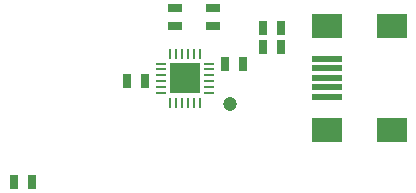
<source format=gbr>
G04 #@! TF.FileFunction,Paste,Top*
%FSLAX46Y46*%
G04 Gerber Fmt 4.6, Leading zero omitted, Abs format (unit mm)*
G04 Created by KiCad (PCBNEW 4.0.2+dfsg1-stable) date mar. 12 sept. 2017 13:22:42 CEST*
%MOMM*%
G01*
G04 APERTURE LIST*
%ADD10C,0.100000*%
%ADD11R,2.499360X1.998980*%
%ADD12R,2.500000X0.500380*%
%ADD13R,0.900000X0.279400*%
%ADD14R,0.279400X0.900000*%
%ADD15R,2.600000X2.600000*%
%ADD16R,0.635000X1.143000*%
%ADD17R,1.143000X0.635000*%
%ADD18C,1.198880*%
G04 APERTURE END LIST*
D10*
D11*
X154150000Y-109400000D03*
D12*
X154150000Y-105000000D03*
X154150000Y-105800100D03*
X154150000Y-106600200D03*
X154150000Y-104199900D03*
X154150000Y-103399800D03*
D11*
X154150000Y-100600000D03*
X159650000Y-109400000D03*
X159650000Y-100600000D03*
D13*
X140100000Y-105300000D03*
X140100000Y-105800000D03*
X144200000Y-104300000D03*
X144200000Y-106300000D03*
X144200000Y-105800000D03*
X144200000Y-105300000D03*
X144200000Y-104800000D03*
X144200000Y-103800000D03*
D14*
X143400000Y-103000000D03*
X142900000Y-103000000D03*
X142400000Y-103000000D03*
X141900000Y-103000000D03*
X141400000Y-103000000D03*
X140900000Y-103000000D03*
D13*
X140100000Y-103800000D03*
X140100000Y-104300000D03*
X140100000Y-104800000D03*
D15*
X142150000Y-105000000D03*
D14*
X143400000Y-107100000D03*
X142900000Y-107100000D03*
X142400000Y-107100000D03*
X141900000Y-107100000D03*
X141400000Y-107100000D03*
X140900000Y-107100000D03*
D13*
X140100000Y-106300000D03*
D16*
X127638000Y-113800000D03*
X129162000Y-113800000D03*
X138737000Y-105300000D03*
X137213000Y-105300000D03*
D17*
X144500000Y-100662000D03*
X144500000Y-99138000D03*
D16*
X145563000Y-103875000D03*
X147087000Y-103875000D03*
D17*
X141325000Y-99138000D03*
X141325000Y-100662000D03*
D16*
X148763000Y-102375000D03*
X150287000Y-102375000D03*
X150287000Y-100775000D03*
X148763000Y-100775000D03*
D18*
X145923000Y-107264200D03*
M02*

</source>
